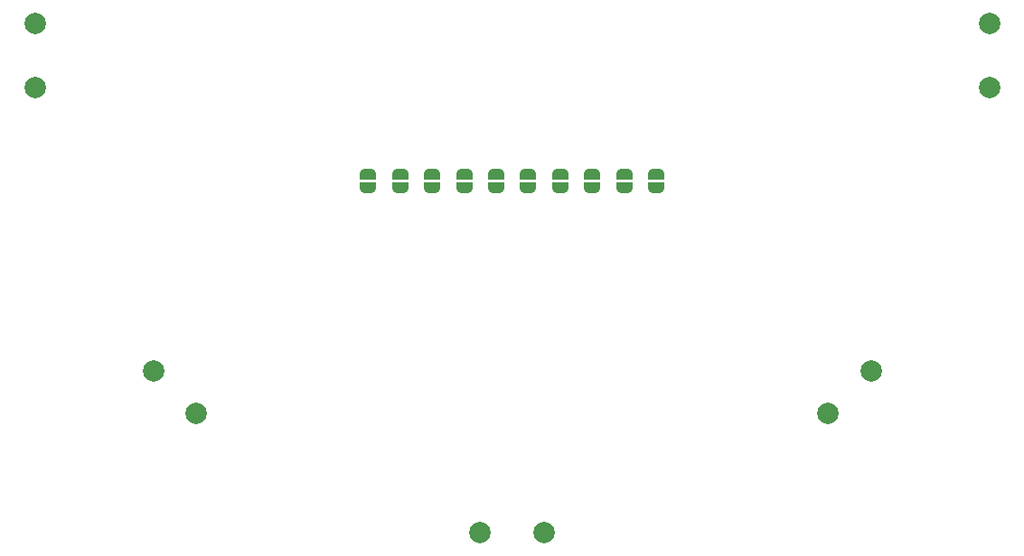
<source format=gbr>
%TF.GenerationSoftware,KiCad,Pcbnew,(6.0.1-0)*%
%TF.CreationDate,2022-09-11T15:05:23-04:00*%
%TF.ProjectId,record,7265636f-7264-42e6-9b69-6361645f7063,rev?*%
%TF.SameCoordinates,Original*%
%TF.FileFunction,Soldermask,Bot*%
%TF.FilePolarity,Negative*%
%FSLAX46Y46*%
G04 Gerber Fmt 4.6, Leading zero omitted, Abs format (unit mm)*
G04 Created by KiCad (PCBNEW (6.0.1-0)) date 2022-09-11 15:05:23*
%MOMM*%
%LPD*%
G01*
G04 APERTURE LIST*
G04 Aperture macros list*
%AMFreePoly0*
4,1,22,0.500000,-0.750000,0.000000,-0.750000,0.000000,-0.745033,-0.079941,-0.743568,-0.215256,-0.701293,-0.333266,-0.622738,-0.424486,-0.514219,-0.481581,-0.384460,-0.499164,-0.250000,-0.500000,-0.250000,-0.500000,0.250000,-0.499164,0.250000,-0.499963,0.256109,-0.478152,0.396186,-0.417904,0.524511,-0.324060,0.630769,-0.204165,0.706417,-0.067858,0.745374,0.000000,0.744959,0.000000,0.750000,
0.500000,0.750000,0.500000,-0.750000,0.500000,-0.750000,$1*%
%AMFreePoly1*
4,1,20,0.000000,0.744959,0.073905,0.744508,0.209726,0.703889,0.328688,0.626782,0.421226,0.519385,0.479903,0.390333,0.500000,0.250000,0.500000,-0.250000,0.499851,-0.262216,0.476331,-0.402017,0.414519,-0.529596,0.319384,-0.634700,0.198574,-0.708877,0.061801,-0.746166,0.000000,-0.745033,0.000000,-0.750000,-0.500000,-0.750000,-0.500000,0.750000,0.000000,0.750000,0.000000,0.744959,
0.000000,0.744959,$1*%
G04 Aperture macros list end*
%ADD10C,2.000000*%
%ADD11FreePoly0,270.000000*%
%ADD12FreePoly1,270.000000*%
G04 APERTURE END LIST*
D10*
%TO.C,J3*%
X300000Y-48000000D03*
%TD*%
%TO.C,J6*%
X42000000Y-89700000D03*
%TD*%
%TO.C,J10*%
X89700000Y-48000000D03*
%TD*%
%TO.C,J2*%
X300000Y-42000000D03*
%TD*%
%TO.C,J4*%
X11400000Y-74600000D03*
%TD*%
%TO.C,J11*%
X89700000Y-42000000D03*
%TD*%
%TO.C,J7*%
X48000000Y-89700000D03*
%TD*%
%TO.C,J8*%
X74600000Y-78600000D03*
%TD*%
%TO.C,J5*%
X15400000Y-78600000D03*
%TD*%
%TO.C,J9*%
X78600000Y-74600000D03*
%TD*%
D11*
%TO.C,JP10*%
X58500000Y-56100000D03*
D12*
X58500000Y-57400000D03*
%TD*%
D11*
%TO.C,JP3*%
X37500000Y-56100000D03*
D12*
X37500000Y-57400000D03*
%TD*%
D11*
%TO.C,JP2*%
X34500000Y-56100000D03*
D12*
X34500000Y-57400000D03*
%TD*%
D11*
%TO.C,JP8*%
X52500000Y-56100000D03*
D12*
X52500000Y-57400000D03*
%TD*%
D11*
%TO.C,JP5*%
X43500000Y-56100000D03*
D12*
X43500000Y-57400000D03*
%TD*%
D11*
%TO.C,JP9*%
X55500000Y-56100000D03*
D12*
X55500000Y-57400000D03*
%TD*%
D11*
%TO.C,JP6*%
X46500000Y-56100000D03*
D12*
X46500000Y-57400000D03*
%TD*%
D11*
%TO.C,JP4*%
X40500000Y-56100000D03*
D12*
X40500000Y-57400000D03*
%TD*%
D11*
%TO.C,JP7*%
X49500000Y-56100000D03*
D12*
X49500000Y-57400000D03*
%TD*%
D11*
%TO.C,JP1*%
X31500000Y-56100000D03*
D12*
X31500000Y-57400000D03*
%TD*%
M02*

</source>
